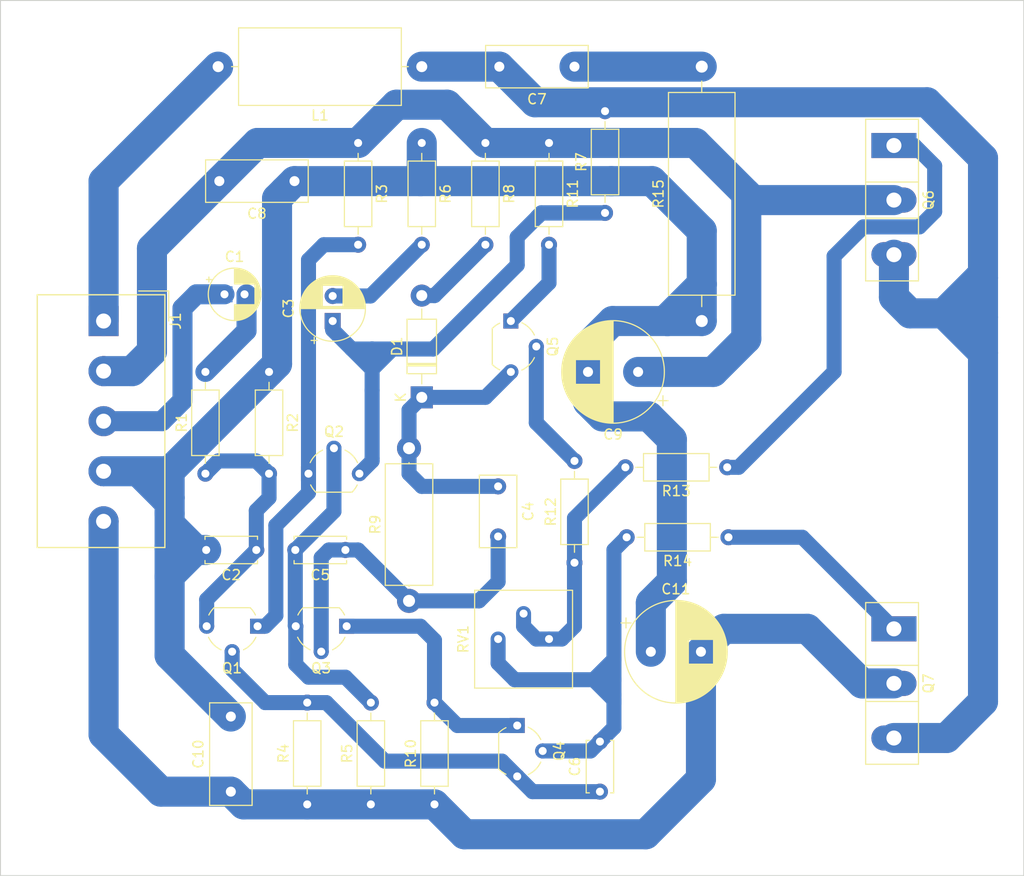
<source format=kicad_pcb>
(kicad_pcb (version 20211014) (generator pcbnew)
  (title_block (title "150W MOSFET Amplifier") (date "2022-12-04") (rev "v02.2") (comment 2 "https://www.gnu.org/licenses/gpl.html") (comment 3 "License: GNU General Public License (GPL) version 3") (comment 4 "Author: Poly Electronics"))
  (layers (0 "F.Cu" signal) (31 "B.Cu" signal) (34 "B.Paste" user) (35 "F.Paste" user) (36 "B.SilkS" user "B.Silkscreen") (37 "F.SilkS" user "F.Silkscreen") (38 "B.Mask" user) (39 "F.Mask" user) (44 "Edge.Cuts" user))
  (net 0 "")
  (net 1 "Net-(C1-Pad2)")
  (net 2 "IP")
  (net 3 "GND")
  (net 4 "Net-(C2-Pad1)")
  (net 5 "Net-(C3-Pad2)")
  (net 6 "Net-(C3-Pad1)")
  (net 7 "Net-(C4-Pad2)")
  (net 8 "Net-(C4-Pad1)")
  (net 9 "Net-(C5-Pad2)")
  (net 10 "Net-(C6-Pad2)")
  (net 11 "Net-(C6-Pad1)")
  (net 12 "Net-(C7-Pad2)")
  (net 13 "Net-(C7-Pad1)")
  (net 14 "+VDC")
  (net 15 "-VDC")
  (net 16 "Net-(D1-Pad2)")
  (net 17 "OP")
  (net 18 "Net-(Q5-Pad1)")
  (net 19 "Net-(R12-Pad1)")
  (net 20 "Net-(Q1-Pad1)")
  (net 21 "Net-(Q3-Pad1)")
  (net 22 "Net-(Q5-Pad2)")
  (net 23 "Net-(Q6-Pad1)")
  (net 24 "Net-(Q7-Pad1)")
  (footprint "Capacitor_THT:CP_Radial_D5.0mm_P2.00mm" (layer "F.Cu") (at 124.46 78.613)
    (fp_text reference "C1" (at 1 -3.75) (layer "F.SilkS"))
    (fp_text value "10u")
    (pad "1" thru_hole rect (at 0 0) (size 1.6 1.6) (drill 0.8) (layers *.Cu *.Mask) (net 2 "IP"))
    (pad "2" thru_hole circle (at 2 0) (size 1.6 1.6) (drill 0.8) (layers *.Cu *.Mask) (net 1 "Net-(C1-Pad2)"))
  )
  (footprint "Capacitor_THT:C_Disc_D5.0mm_W2.5mm_P5.00mm" (layer "F.Cu") (at 127.635 104.14 180)
    (fp_text reference "C2" (at 2.5 -2.5) (layer "F.SilkS"))
    (fp_text value "47p")
    (pad "1" thru_hole circle (at 0 0 180) (size 1.6 1.6) (drill 0.8) (layers *.Cu *.Mask) (net 4 "Net-(C2-Pad1)"))
    (pad "2" thru_hole circle (at 5 0 180) (size 1.6 1.6) (drill 0.8) (layers *.Cu *.Mask) (net 3 "GND"))
  )
  (footprint "Capacitor_THT:CP_Radial_D6.3mm_P2.50mm" (layer "F.Cu") (at 135.255 81.28 90)
    (fp_text reference "C3" (at 1.25 -4.4 90) (layer "F.SilkS"))
    (fp_text value "47u")
    (pad "1" thru_hole rect (at 0 0 90) (size 1.6 1.6) (drill 0.8) (layers *.Cu *.Mask) (net 6 "Net-(C3-Pad1)"))
    (pad "2" thru_hole circle (at 2.5 0 90) (size 1.6 1.6) (drill 0.8) (layers *.Cu *.Mask) (net 5 "Net-(C3-Pad2)"))
  )
  (footprint "Capacitor_THT:C_Disc_D5.0mm_W2.5mm_P5.00mm" (layer "F.Cu") (at 136.525 104.14 180)
    (fp_text reference "C5" (at 2.5 -2.5) (layer "F.SilkS"))
    (fp_text value "27p")
    (pad "1" thru_hole circle (at 0 0 180) (size 1.6 1.6) (drill 0.8) (layers *.Cu *.Mask) (net 7 "Net-(C4-Pad2)"))
    (pad "2" thru_hole circle (at 5 0 180) (size 1.6 1.6) (drill 0.8) (layers *.Cu *.Mask) (net 9 "Net-(C5-Pad2)"))
  )
  (footprint "Capacitor_THT:C_Disc_D5.0mm_W2.5mm_P5.00mm" (layer "F.Cu") (at 161.925 128.27 90)
    (fp_text reference "C6" (at 2.5 -2.5 90) (layer "F.SilkS"))
    (fp_text value "27p")
    (pad "1" thru_hole circle (at 0 0 90) (size 1.6 1.6) (drill 0.8) (layers *.Cu *.Mask) (net 11 "Net-(C6-Pad1)"))
    (pad "2" thru_hole circle (at 5 0 90) (size 1.6 1.6) (drill 0.8) (layers *.Cu *.Mask) (net 10 "Net-(C6-Pad2)"))
  )
  (footprint "Capacitor_THT:C_Rect_L10.0mm_W4.0mm_P7.50mm_MKS4" (layer "F.Cu") (at 131.445 67.31 180)
    (fp_text reference "C8" (at 3.75 -3.25) (layer "F.SilkS"))
    (fp_text value "100n")
    (pad "1" thru_hole circle (at 0 0 180) (size 2 2) (drill 1) (layers *.Cu *.Mask) (net 3 "GND"))
    (pad "2" thru_hole circle (at 7.5 0 180) (size 2 2) (drill 1) (layers *.Cu *.Mask) (net 14 "+VDC"))
  )
  (footprint "Capacitor_THT:CP_Radial_D10.0mm_P5.00mm" (layer "F.Cu") (at 165.735 86.36 180)
    (fp_text reference "C9" (at 2.5 -6.25) (layer "F.SilkS"))
    (fp_text value "220u")
    (pad "1" thru_hole rect (at 0 0 180) (size 2 2) (drill 1) (layers *.Cu *.Mask) (net 14 "+VDC"))
    (pad "2" thru_hole circle (at 5 0 180) (size 2 2) (drill 1) (layers *.Cu *.Mask) (net 3 "GND"))
  )
  (footprint "Capacitor_THT:CP_Radial_D10.0mm_P5.00mm" (layer "F.Cu") (at 167.005 114.3)
    (fp_text reference "C11" (at 2.5 -6.25) (layer "F.SilkS"))
    (fp_text value "220u")
    (pad "1" thru_hole rect (at 0 0) (size 2 2) (drill 1) (layers *.Cu *.Mask) (net 3 "GND"))
    (pad "2" thru_hole circle (at 5 0) (size 2 2) (drill 1) (layers *.Cu *.Mask) (net 15 "-VDC"))
  )
  (footprint "TerminalBlock_Altech:Altech_AK300_1x05_P5.00mm_45-Degree" (layer "F.Cu") (at 112.395 81.28 -90)
    (fp_text reference "J1" (at 0 -7.2 90) (layer "F.SilkS"))
    (fp_text value "MOSFET Amp Module")
    (pad "1" thru_hole rect (at 0 0 270) (size 3 3) (drill 1.5) (layers *.Cu *.Mask) (net 17 "OP"))
    (pad "2" thru_hole circle (at 5 0 270) (size 3 3) (drill 1.5) (layers *.Cu *.Mask) (net 14 "+VDC"))
    (pad "3" thru_hole circle (at 10 0 270) (size 3 3) (drill 1.5) (layers *.Cu *.Mask) (net 2 "IP"))
    (pad "4" thru_hole circle (at 15 0 270) (size 3 3) (drill 1.5) (layers *.Cu *.Mask) (net 3 "GND"))
    (pad "5" thru_hole circle (at 20 0 270) (size 3 3) (drill 1.5) (layers *.Cu *.Mask) (net 15 "-VDC"))
  )
  (footprint "Inductor_THT:L_Axial_L16.0mm_D7.5mm_P20.32mm_Horizontal_Fastron_XHBCC" (layer "F.Cu") (at 144.145 55.88 180)
    (fp_text reference "L1" (at 10.16 -4.87) (layer "F.SilkS"))
    (fp_text value "0.95u")
    (pad "1" thru_hole circle (at 0 0 180) (size 2.2 2.2) (drill 1.1) (layers *.Cu *.Mask) (net 12 "Net-(C7-Pad2)"))
    (pad "2" thru_hole oval (at 20.32 0 180) (size 2.2 2.2) (drill 1.1) (layers *.Cu *.Mask) (net 17 "OP"))
  )
  (footprint "Package_TO_SOT_THT:TO-92_Wide" (layer "F.Cu") (at 127.762 111.752 180)
    (fp_text reference "Q1" (at 2.55 -4.19 180) (layer "F.SilkS"))
    (fp_text value "2SA970")
    (pad "1" thru_hole rect (at 0 0 180) (size 1.5 1.5) (drill 0.8) (layers *.Cu *.Mask) (net 20 "Net-(Q1-Pad1)"))
    (pad "2" thru_hole circle (at 2.54 -2.54 180) (size 1.5 1.5) (drill 0.8) (layers *.Cu *.Mask) (net 11 "Net-(C6-Pad1)"))
    (pad "3" thru_hole circle (at 5.08 0 180) (size 1.5 1.5) (drill 0.8) (layers *.Cu *.Mask) (net 4 "Net-(C2-Pad1)"))
  )
  (footprint "Package_TO_SOT_THT:TO-92_Wide" (layer "F.Cu") (at 132.842 96.52)
    (fp_text reference "Q2" (at 2.55 -4.19) (layer "F.SilkS"))
    (fp_text value "2SA970")
    (pad "1" thru_hole rect (at 0 0) (size 1.5 1.5) (drill 0.8) (layers *.Cu *.Mask) (net 20 "Net-(Q1-Pad1)"))
    (pad "2" thru_hole circle (at 2.54 -2.54) (size 1.5 1.5) (drill 0.8) (layers *.Cu *.Mask) (net 9 "Net-(C5-Pad2)"))
    (pad "3" thru_hole circle (at 5.08 0) (size 1.5 1.5) (drill 0.8) (layers *.Cu *.Mask) (net 6 "Net-(C3-Pad1)"))
  )
  (footprint "Package_TO_SOT_THT:TO-92_Wide" (layer "F.Cu") (at 136.652 111.752 180)
    (fp_text reference "Q3" (at 2.55 -4.19 180) (layer "F.SilkS"))
    (fp_text value "2SD756")
    (pad "1" thru_hole rect (at 0 0 180) (size 1.5 1.5) (drill 0.8) (layers *.Cu *.Mask) (net 21 "Net-(Q3-Pad1)"))
    (pad "2" thru_hole circle (at 2.54 -2.54 180) (size 1.5 1.5) (drill 0.8) (layers *.Cu *.Mask) (net 7 "Net-(C4-Pad2)"))
    (pad "3" thru_hole circle (at 5.08 0 180) (size 1.5 1.5) (drill 0.8) (layers *.Cu *.Mask) (net 9 "Net-(C5-Pad2)"))
  )
  (footprint "Package_TO_SOT_THT:TO-92_Wide" (layer "F.Cu") (at 153.67 121.666 -90)
    (fp_text reference "Q4" (at 2.55 -4.19 -90) (layer "F.SilkS"))
    (fp_text value "2SD756")
    (pad "1" thru_hole rect (at 0 0 270) (size 1.5 1.5) (drill 0.8) (layers *.Cu *.Mask) (net 21 "Net-(Q3-Pad1)"))
    (pad "2" thru_hole circle (at 2.54 -2.54 270) (size 1.5 1.5) (drill 0.8) (layers *.Cu *.Mask) (net 10 "Net-(C6-Pad2)"))
    (pad "3" thru_hole circle (at 5.08 0 270) (size 1.5 1.5) (drill 0.8) (layers *.Cu *.Mask) (net 11 "Net-(C6-Pad1)"))
  )
  (footprint "Package_TO_SOT_THT:TO-92_Wide" (layer "F.Cu") (at 153.035 81.28 -90)
    (fp_text reference "Q5" (at 2.55 -4.19 -90) (layer "F.SilkS"))
    (fp_text value "2SB716")
    (pad "1" thru_hole rect (at 0 0 270) (size 1.5 1.5) (drill 0.8) (layers *.Cu *.Mask) (net 18 "Net-(Q5-Pad1)"))
    (pad "2" thru_hole circle (at 2.54 -2.54 270) (size 1.5 1.5) (drill 0.8) (layers *.Cu *.Mask) (net 22 "Net-(Q5-Pad2)"))
    (pad "3" thru_hole circle (at 5.08 0 270) (size 1.5 1.5) (drill 0.8) (layers *.Cu *.Mask) (net 8 "Net-(C4-Pad1)"))
  )
  (footprint "Package_TO_SOT_THT:TO-247-3_Vertical" (layer "F.Cu") (at 191.262 112.014 -90)
    (fp_text reference "Q7" (at 5.45 -3.45 90) (layer "F.SilkS"))
    (fp_text value "IRFP9140")
    (pad "1" thru_hole rect (at 0 0 270) (size 2.5 4.5) (drill 1.5) (layers *.Cu *.Mask) (net 24 "Net-(Q7-Pad1)"))
    (pad "2" thru_hole oval (at 5.45 0 270) (size 2.5 4.5) (drill 1.5) (layers *.Cu *.Mask) (net 15 "-VDC"))
    (pad "3" thru_hole oval (at 10.9 0 270) (size 2.5 4.5) (drill 1.5) (layers *.Cu *.Mask) (net 12 "Net-(C7-Pad2)"))
  )
  (footprint "Resistor_THT:R_Axial_DIN0207_L6.3mm_D2.5mm_P10.16mm_Horizontal" (layer "F.Cu") (at 122.555 96.52 90)
    (fp_text reference "R1" (at 5.08 -2.37 90) (layer "F.SilkS"))
    (fp_text value "2k2")
    (pad "1" thru_hole circle (at 0 0 90) (size 1.6 1.6) (drill 0.8) (layers *.Cu *.Mask) (net 4 "Net-(C2-Pad1)"))
    (pad "2" thru_hole oval (at 10.16 0 90) (size 1.6 1.6) (drill 0.8) (layers *.Cu *.Mask) (net 1 "Net-(C1-Pad2)"))
  )
  (footprint "Resistor_THT:R_Axial_DIN0207_L6.3mm_D2.5mm_P10.16mm_Horizontal" (layer "F.Cu") (at 128.905 86.36 -90)
    (fp_text reference "R2" (at 5.08 -2.37 90) (layer "F.SilkS"))
    (fp_text value "47k")
    (pad "1" thru_hole circle (at 0 0 270) (size 1.6 1.6) (drill 0.8) (layers *.Cu *.Mask) (net 3 "GND"))
    (pad "2" thru_hole oval (at 10.16 0 270) (size 1.6 1.6) (drill 0.8) (layers *.Cu *.Mask) (net 4 "Net-(C2-Pad1)"))
  )
  (footprint "Resistor_THT:R_Axial_DIN0207_L6.3mm_D2.5mm_P10.16mm_Horizontal" (layer "F.Cu") (at 137.795 63.5 -90)
    (fp_text reference "R3" (at 5.08 -2.37 90) (layer "F.SilkS"))
    (fp_text value "47k")
    (pad "1" thru_hole circle (at 0 0 270) (size 1.6 1.6) (drill 0.8) (layers *.Cu *.Mask) (net 14 "+VDC"))
    (pad "2" thru_hole oval (at 10.16 0 270) (size 1.6 1.6) (drill 0.8) (layers *.Cu *.Mask) (net 20 "Net-(Q1-Pad1)"))
  )
  (footprint "Resistor_THT:R_Axial_DIN0207_L6.3mm_D2.5mm_P10.16mm_Horizontal" (layer "F.Cu") (at 132.715 129.54 90)
    (fp_text reference "R4" (at 5.08 -2.37 90) (layer "F.SilkS"))
    (fp_text value "3k9")
    (pad "1" thru_hole circle (at 0 0 90) (size 1.6 1.6) (drill 0.8) (layers *.Cu *.Mask) (net 15 "-VDC"))
    (pad "2" thru_hole oval (at 10.16 0 90) (size 1.6 1.6) (drill 0.8) (layers *.Cu *.Mask) (net 11 "Net-(C6-Pad1)"))
  )
  (footprint "Resistor_THT:R_Axial_DIN0207_L6.3mm_D2.5mm_P10.16mm_Horizontal" (layer "F.Cu") (at 139.065 129.54 90)
    (fp_text reference "R5" (at 5.08 -2.37 90) (layer "F.SilkS"))
    (fp_text value "3k9")
    (pad "1" thru_hole circle (at 0 0 90) (size 1.6 1.6) (drill 0.8) (layers *.Cu *.Mask) (net 15 "-VDC"))
    (pad "2" thru_hole oval (at 10.16 0 90) (size 1.6 1.6) (drill 0.8) (layers *.Cu *.Mask) (net 9 "Net-(C5-Pad2)"))
  )
  (footprint "Resistor_THT:R_Axial_DIN0207_L6.3mm_D2.5mm_P10.16mm_Horizontal" (layer "F.Cu") (at 144.145 63.5 -90)
    (fp_text reference "R6" (at 5.08 -2.37 90) (layer "F.SilkS"))
    (fp_text value "1k")
    (pad "1" thru_hole circle (at 0 0 270) (size 1.6 1.6) (drill 0.8) (layers *.Cu *.Mask) (net 3 "GND"))
    (pad "2" thru_hole oval (at 10.16 0 270) (size 1.6 1.6) (drill 0.8) (layers *.Cu *.Mask) (net 5 "Net-(C3-Pad2)"))
  )
  (footprint "Resistor_THT:R_Axial_DIN0207_L6.3mm_D2.5mm_P10.16mm_Horizontal" (layer "F.Cu") (at 150.495 63.5 -90)
    (fp_text reference "R8" (at 5.08 -2.37 90) (layer "F.SilkS"))
    (fp_text value "100")
    (pad "1" thru_hole circle (at 0 0 270) (size 1.6 1.6) (drill 0.8) (layers *.Cu *.Mask) (net 14 "+VDC"))
    (pad "2" thru_hole oval (at 10.16 0 270) (size 1.6 1.6) (drill 0.8) (layers *.Cu *.Mask) (net 16 "Net-(D1-Pad2)"))
  )
  (footprint "Resistor_THT:R_Axial_DIN0414_L11.9mm_D4.5mm_P15.24mm_Horizontal" (layer "F.Cu") (at 142.875 109.22 90)
    (fp_text reference "R9" (at 7.62 -3.37 90) (layer "F.SilkS"))
    (fp_text value "12k")
    (pad "1" thru_hole circle (at 0 0 90) (size 2.4 2.4) (drill 1.2) (layers *.Cu *.Mask) (net 7 "Net-(C4-Pad2)"))
    (pad "2" thru_hole oval (at 15.24 0 90) (size 2.4 2.4) (drill 1.2) (layers *.Cu *.Mask) (net 8 "Net-(C4-Pad1)"))
  )
  (footprint "Resistor_THT:R_Axial_DIN0207_L6.3mm_D2.5mm_P10.16mm_Horizontal" (layer "F.Cu") (at 145.415 129.54 90)
    (fp_text reference "R10" (at 5.08 -2.37 90) (layer "F.SilkS"))
    (fp_text value "100")
    (pad "1" thru_hole circle (at 0 0 90) (size 1.6 1.6) (drill 0.8) (layers *.Cu *.Mask) (net 15 "-VDC"))
    (pad "2" thru_hole oval (at 10.16 0 90) (size 1.6 1.6) (drill 0.8) (layers *.Cu *.Mask) (net 21 "Net-(Q3-Pad1)"))
  )
  (footprint "Resistor_THT:R_Axial_DIN0207_L6.3mm_D2.5mm_P10.16mm_Horizontal" (layer "F.Cu") (at 156.845 63.5 -90)
    (fp_text reference "R11" (at 5.08 -2.37 90) (layer "F.SilkS"))
    (fp_text value "100")
    (pad "1" thru_hole circle (at 0 0 270) (size 1.6 1.6) (drill 0.8) (layers *.Cu *.Mask) (net 14 "+VDC"))
    (pad "2" thru_hole oval (at 10.16 0 270) (size 1.6 1.6) (drill 0.8) (layers *.Cu *.Mask) (net 18 "Net-(Q5-Pad1)"))
  )
  (footprint "Resistor_THT:R_Axial_DIN0207_L6.3mm_D2.5mm_P10.16mm_Horizontal" (layer "F.Cu") (at 159.385 105.41 90)
    (fp_text reference "R12" (at 5.08 -2.37 90) (layer "F.SilkS"))
    (fp_text value "47")
    (pad "1" thru_hole circle (at 0 0 90) (size 1.6 1.6) (drill 0.8) (layers *.Cu *.Mask) (net 19 "Net-(R12-Pad1)"))
    (pad "2" thru_hole oval (at 10.16 0 90) (size 1.6 1.6) (drill 0.8) (layers *.Cu *.Mask) (net 22 "Net-(Q5-Pad2)"))
  )
  (footprint "Resistor_THT:R_Axial_DIN0207_L6.3mm_D2.5mm_P10.16mm_Horizontal" (layer "F.Cu") (at 174.625 95.885 180)
    (fp_text reference "R13" (at 5.08 -2.37) (layer "F.SilkS"))
    (fp_text value "100")
    (pad "1" thru_hole circle (at 0 0 180) (size 1.6 1.6) (drill 0.8) (layers *.Cu *.Mask) (net 23 "Net-(Q6-Pad1)"))
    (pad "2" thru_hole oval (at 10.16 0 180) (size 1.6 1.6) (drill 0.8) (layers *.Cu *.Mask) (net 19 "Net-(R12-Pad1)"))
  )
  (footprint "Resistor_THT:R_Axial_Power_L20.0mm_W6.4mm_P25.40mm" (layer "F.Cu") (at 172.085 81.28 90)
    (fp_text reference "R15" (at 12.7 -4.32 90) (layer "F.SilkS"))
    (fp_text value "4.7")
    (pad "1" thru_hole circle (at 0 0 90) (size 2.4 2.4) (drill 1.2) (layers *.Cu *.Mask) (net 3 "GND"))
    (pad "2" thru_hole oval (at 25.4 0 90) (size 2.4 2.4) (drill 1.2) (layers *.Cu *.Mask) (net 13 "Net-(C7-Pad1)"))
  )
  (footprint "Potentiometer_THT:Potentiometer_Bourns_3386P_Vertical" (layer "F.Cu") (at 156.845 113.03 90)
    (fp_text reference "RV1" (at -0.015 -8.555 90) (layer "F.SilkS"))
    (fp_text value "1k")
    (pad "1" thru_hole circle (at 0 0 90) (size 1.44 1.44) (drill 0.8) (layers *.Cu *.Mask) (net 19 "Net-(R12-Pad1)"))
    (pad "2" thru_hole circle (at 2.54 -2.54 90) (size 1.44 1.44) (drill 0.8) (layers *.Cu *.Mask) (net 19 "Net-(R12-Pad1)"))
    (pad "3" thru_hole circle (at 0 -5.08 90) (size 1.44 1.44) (drill 0.8) (layers *.Cu *.Mask) (net 10 "Net-(C6-Pad2)"))
  )
  (footprint "Diode_THT:D_DO-41_SOD81_P10.16mm_Horizontal" (layer "F.Cu") (at 144.145 88.9 90)
    (fp_text reference "D1" (at 5.08 -2.47 90) (layer "F.SilkS"))
    (fp_text value "1N4001")
    (fp_text user "K" (at 0 -2.1 90) (layer "F.SilkS"))
    (pad "1" thru_hole rect (at 0 0 90) (size 2.2 2.2) (drill 1.1) (layers *.Cu *.Mask) (net 8 "Net-(C4-Pad1)"))
    (pad "2" thru_hole oval (at 10.16 0 90) (size 2.2 2.2) (drill 1.1) (layers *.Cu *.Mask) (net 16 "Net-(D1-Pad2)"))
  )
  (footprint "Capacitor_THT:C_Rect_L10.0mm_W4.0mm_P7.50mm_MKS4" (layer "F.Cu") (at 125.095 128.27 90)
    (fp_text reference "C10" (at 3.75 -3.25 90) (layer "F.SilkS"))
    (fp_text value "100n")
    (pad "1" thru_hole circle (at 0 0 90) (size 2 2) (drill 1) (layers *.Cu *.Mask) (net 15 "-VDC"))
    (pad "2" thru_hole circle (at 7.5 0 90) (size 2 2) (drill 1) (layers *.Cu *.Mask) (net 3 "GND"))
  )
  (footprint "Capacitor_THT:C_Rect_L10.0mm_W4.0mm_P7.50mm_MKS4" (layer "F.Cu") (at 159.385 55.88 180)
    (fp_text reference "C7" (at 3.75 -3.25) (layer "F.SilkS"))
    (fp_text value "100n")
    (pad "1" thru_hole circle (at 0 0 180) (size 2 2) (drill 1) (layers *.Cu *.Mask) (net 13 "Net-(C7-Pad1)"))
    (pad "2" thru_hole circle (at 7.5 0 180) (size 2 2) (drill 1) (layers *.Cu *.Mask) (net 12 "Net-(C7-Pad2)"))
  )
  (footprint "Capacitor_THT:C_Rect_L7.0mm_W3.5mm_P5.00mm" (layer "F.Cu") (at 151.765 97.79 -90)
    (fp_text reference "C4" (at 2.5 -3 90) (layer "F.SilkS"))
    (fp_text value "6.8n")
    (pad "1" thru_hole circle (at 0 0 270) (size 1.6 1.6) (drill 0.8) (layers *.Cu *.Mask) (net 8 "Net-(C4-Pad1)"))
    (pad "2" thru_hole circle (at 5 0 270) (size 1.6 1.6) (drill 0.8) (layers *.Cu *.Mask) (net 7 "Net-(C4-Pad2)"))
  )
  (footprint "Resistor_THT:R_Axial_DIN0207_L6.3mm_D2.5mm_P10.16mm_Horizontal" (layer "F.Cu") (at 174.752 102.87 180)
    (fp_text reference "R14" (at 5.08 -2.37) (layer "F.SilkS"))
    (fp_text value "100")
    (pad "1" thru_hole circle (at 0 0 180) (size 1.6 1.6) (drill 0.8) (layers *.Cu *.Mask) (net 24 "Net-(Q7-Pad1)"))
    (pad "2" thru_hole oval (at 10.16 0 180) (size 1.6 1.6) (drill 0.8) (layers *.Cu *.Mask) (net 10 "Net-(C6-Pad2)"))
  )
  (footprint "Package_TO_SOT_THT:TO-247-3_Vertical" (layer "F.Cu") (at 191.262 63.754 -90)
    (fp_text reference "Q6" (at 5.45 -3.45 90) (layer "F.SilkS"))
    (fp_text value "IRFP140")
    (pad "1" thru_hole rect (at 0 0 270) (size 2.5 4.5) (drill 1.5) (layers *.Cu *.Mask) (net 23 "Net-(Q6-Pad1)"))
    (pad "2" thru_hole oval (at 5.45 0 270) (size 2.5 4.5) (drill 1.5) (layers *.Cu *.Mask) (net 14 "+VDC"))
    (pad "3" thru_hole oval (at 10.9 0 270) (size 2.5 4.5) (drill 1.5) (layers *.Cu *.Mask) (net 12 "Net-(C7-Pad2)"))
  )
  (footprint "Resistor_THT:R_Axial_DIN0207_L6.3mm_D2.5mm_P10.16mm_Horizontal" (layer "F.Cu") (at 162.433 70.485 90)
    (fp_text reference "R7" (at 5.08 -2.37 90) (layer "F.SilkS"))
    (fp_text value "33k")
    (pad "1" thru_hole circle (at 0 0 90) (size 1.6 1.6) (drill 0.8) (layers *.Cu *.Mask) (net 6 "Net-(C3-Pad1)"))
    (pad "2" thru_hole oval (at 10.16 0 90) (size 1.6 1.6) (drill 0.8) (layers *.Cu *.Mask) (net 12 "Net-(C7-Pad2)"))
  )
  (gr_line (start 204.216 49.276) (end 204.216 136.652) (layer "Edge.Cuts") (width 0.1))
  (gr_line (start 102.108 136.652) (end 102.108 49.276) (layer "Edge.Cuts") (width 0.1))
  (gr_line (start 102.108 49.276) (end 204.216 49.276) (layer "Edge.Cuts") (width 0.1))
  (gr_line (start 204.216 136.652) (end 102.108 136.652) (layer "Edge.Cuts") (width 0.1))
  (segment (start 126.66001 79.524273) (end 126.66001 78.613) (width 2) (layer "B.Cu") (net 1))
  (segment (start 126.66001 82.25499) (end 126.66001 79.524273) (width 2) (layer "B.Cu") (net 1))
  (segment (start 122.555 86.36) (end 126.66001 82.25499) (width 2) (layer "B.Cu") (net 1))
  (segment (start 121.66 78.613) (end 124.46 78.613) (width 2) (layer "B.Cu") (net 2))
  (segment (start 120.269 80.004) (end 121.66 78.613) (width 2) (layer "B.Cu") (net 2))
  (segment (start 112.395 91.28) (end 118.2065 91.28) (width 2) (layer "B.Cu") (net 2))
  (segment (start 118.2065 91.28) (end 120.269 89.2175) (width 2) (layer "B.Cu") (net 2))
  (segment (start 120.269 89.2175) (end 120.269 80.004) (width 2) (layer "B.Cu") (net 2))
  (segment (start 112.395 96.28) (end 115.838 96.28) (width 3) (layer "B.Cu") (net 3))
  (segment (start 160.735 83.74) (end 163.195 81.28) (width 3) (layer "B.Cu") (net 3))
  (segment (start 144.018 67.31) (end 131.445 67.31) (width 3) (layer "B.Cu") (net 3))
  (segment (start 119.954 106.821) (end 122.635 104.14) (width 1.5) (layer "B.Cu") (net 3))
  (segment (start 118.985 96.28) (end 128.905 86.36) (width 3) (layer "B.Cu") (net 3))
  (segment (start 118.985 98.919) (end 118.985 96.28) (width 3) (layer "B.Cu") (net 3))
  (segment (start 118.985 100.49) (end 118.985 98.919) (width 3) (layer "B.Cu") (net 3))
  (segment (start 160.735 89.361) (end 162.179 90.805) (width 3) (layer "B.Cu") (net 3))
  (segment (start 122.635 104.14) (end 119.253 104.14) (width 3) (layer "B.Cu") (net 3))
  (segment (start 128.905 86.36) (end 129.704999 85.560001) (width 3) (layer "B.Cu") (net 3))
  (segment (start 168.656 81.28) (end 168.656 81.026) (width 3) (layer "B.Cu") (net 3))
  (segment (start 122.635 104.14) (end 118.985 100.49) (width 1.5) (layer "B.Cu") (net 3))
  (segment (start 172.085 77.597) (end 172.085 72.263) (width 3) (layer "B.Cu") (net 3))
  (segment (start 118.985 103.872) (end 118.985 100.49) (width 3) (layer "B.Cu") (net 3))
  (segment (start 163.195 81.28) (end 168.656 81.28) (width 3) (layer "B.Cu") (net 3))
  (segment (start 118.985 98.919) (end 118.477 98.919) (width 3) (layer "B.Cu") (net 3))
  (segment (start 172.085 72.263) (end 167.132 67.31) (width 3) (layer "B.Cu") (net 3))
  (segment (start 167.132 67.31) (end 163.068 67.31) (width 3) (layer "B.Cu") (net 3))
  (segment (start 129.704999 69.050001) (end 130.445001 68.309999) (width 3) (layer "B.Cu") (net 3))
  (segment (start 144.145 63.5) (end 144.145 67.183) (width 3) (layer "B.Cu") (net 3))
  (segment (start 168.656 81.026) (end 172.085 77.597) (width 3) (layer "B.Cu") (net 3))
  (segment (start 160.735 86.36) (end 160.735 89.361) (width 3) (layer "B.Cu") (net 3))
  (segment (start 129.704999 85.560001) (end 129.704999 69.050001) (width 3) (layer "B.Cu") (net 3))
  (segment (start 168.656 81.28) (end 172.085 81.28) (width 3) (layer "B.Cu") (net 3))
  (segment (start 118.985 106.821) (end 118.985 103.872) (width 3) (layer "B.Cu") (net 3))
  (segment (start 144.018 67.31) (end 163.068 67.31) (width 3) (layer "B.Cu") (net 3))
  (segment (start 125.095 120.77) (end 118.985 114.66) (width 3) (layer "B.Cu") (net 3))
  (segment (start 160.735 86.36) (end 160.735 83.74) (width 3) (layer "B.Cu") (net 3))
  (segment (start 166.8145 90.805) (end 169.1005 93.091) (width 3) (layer "B.Cu") (net 3))
  (segment (start 167.005 109.4105) (end 167.005 114.3) (width 3) (layer "B.Cu") (net 3))
  (segment (start 119.253 104.14) (end 118.985 103.872) (width 3) (layer "B.Cu") (net 3))
  (segment (start 144.145 67.183) (end 144.018 67.31) (width 2.5) (layer "B.Cu") (net 3))
  (segment (start 169.1005 93.091) (end 169.1005 107.315) (width 3) (layer "B.Cu") (net 3))
  (segment (start 162.179 90.805) (end 166.8145 90.805) (width 3) (layer "B.Cu") (net 3))
  (segment (start 115.838 96.28) (end 118.985 96.28) (width 3) (layer "B.Cu") (net 3))
  (segment (start 169.1005 107.315) (end 167.005 109.4105) (width 3) (layer "B.Cu") (net 3))
  (segment (start 118.985 114.66) (end 118.985 106.821) (width 3) (layer "B.Cu") (net 3))
  (segment (start 118.477 98.919) (end 115.838 96.28) (width 3) (layer "B.Cu") (net 3))
  (segment (start 172.085 81.28) (end 172.085 77.597) (width 3) (layer "B.Cu") (net 3))
  (segment (start 130.445001 68.309999) (end 131.445 67.31) (width 3) (layer "B.Cu") (net 3))
  (segment (start 127.635 100.203) (end 128.905 98.933) (width 1.5) (layer "B.Cu") (net 4))
  (segment (start 127.635 104.14) (end 127.635 100.203) (width 1.5) (layer "B.Cu") (net 4))
  (segment (start 127.635 104.14) (end 122.682 109.093) (width 1.5) (layer "B.Cu") (net 4))
  (segment (start 127.635 95.25) (end 123.825 95.25) (width 1.5) (layer "B.Cu") (net 4))
  (segment (start 128.905 98.933) (end 128.905 96.52) (width 1.5) (layer "B.Cu") (net 4))
  (segment (start 123.825 95.25) (end 122.555 96.52) (width 1.5) (layer "B.Cu") (net 4))
  (segment (start 122.682 109.093) (end 122.682 111.752) (width 1.5) (layer "B.Cu") (net 4))
  (segment (start 128.905 96.52) (end 127.635 95.25) (width 1.5) (layer "B.Cu") (net 4))
  (segment (start 135.255 78.78) (end 139.025 78.78) (width 1.5) (layer "B.Cu") (net 5))
  (segment (start 139.025 78.78) (end 144.145 73.66) (width 1.5) (layer "B.Cu") (net 5))
  (segment (start 139.192 86.106) (end 141.224 84.074) (width 1.5) (layer "B.Cu") (net 6))
  (segment (start 162.433 70.485) (end 156.083 70.485) (width 1.53) (layer "B.Cu") (net 6))
  (segment (start 153.67 72.898) (end 153.67 75.692) (width 1.5) (layer "B.Cu") (net 6))
  (segment (start 145.288 84.074) (end 141.224 84.074) (width 1.5) (layer "B.Cu") (net 6))
  (segment (start 139.192 84.074) (end 139.192 86.106) (width 1.5) (layer "B.Cu") (net 6))
  (segment (start 156.083 70.485) (end 155.702 70.866) (width 1.53) (layer "B.Cu") (net 6))
  (segment (start 137.16 84.074) (end 139.192 86.106) (width 1.5) (layer "B.Cu") (net 6))
  (segment (start 139.192 86.106) (end 139.192 88.19458) (width 1.5) (layer "B.Cu") (net 6))
  (segment (start 139.192 95.25) (end 137.922 96.52) (width 1.5) (layer "B.Cu") (net 6))
  (segment (start 139.192 94.996) (end 139.192 95.25) (width 1.5) (layer "B.Cu") (net 6))
  (segment (start 135.255 82.169) (end 137.16 84.074) (width 1.5) (layer "B.Cu") (net 6))
  (segment (start 141.224 84.074) (end 139.192 84.074) (width 1.5) (layer "B.Cu") (net 6))
  (segment (start 139.192 88.19458) (end 139.192 94.996) (width 1.5) (layer "B.Cu") (net 6))
  (segment (start 155.702 70.866) (end 153.67 72.898) (width 1.5) (layer "B.Cu") (net 6))
  (segment (start 137.16 84.074) (end 139.192 84.074) (width 1.5) (layer "B.Cu") (net 6))
  (segment (start 135.255 81.28) (end 135.255 82.169) (width 1.5) (layer "B.Cu") (net 6))
  (segment (start 153.67 75.692) (end 145.288 84.074) (width 1.5) (layer "B.Cu") (net 6))
  (segment (start 136.525 104.14) (end 137.795 104.14) (width 1.5) (layer "B.Cu") (net 7))
  (segment (start 137.795 104.14) (end 142.875 109.22) (width 1.5) (layer "B.Cu") (net 7))
  (segment (start 149.86 109.22) (end 151.765 107.315) (width 1.5) (layer "B.Cu") (net 7))
  (segment (start 134.874 104.14) (end 134.112 104.902) (width 1.5) (layer "B.Cu") (net 7))
  (segment (start 134.112 104.902) (end 134.112 114.292) (width 1.5) (layer "B.Cu") (net 7))
  (segment (start 134.874 104.14) (end 136.525 104.14) (width 1.5) (layer "B.Cu") (net 7))
  (segment (start 142.875 109.22) (end 149.86 109.22) (width 1.5) (layer "B.Cu") (net 7))
  (segment (start 151.765 107.315) (end 151.765 102.79) (width 1.5) (layer "B.Cu") (net 7))
  (segment (start 144.145 88.9) (end 150.495 88.9) (width 1.5) (layer "B.Cu") (net 8))
  (segment (start 151.765 97.79) (end 144.145 97.79) (width 1.5) (layer "B.Cu") (net 8))
  (segment (start 144.145 97.79) (end 142.875 96.52) (width 1.5) (layer "B.Cu") (net 8))
  (segment (start 142.875 96.52) (end 142.875 93.98) (width 1.5) (layer "B.Cu") (net 8))
  (segment (start 150.495 88.9) (end 153.035 86.36) (width 1.5) (layer "B.Cu") (net 8))
  (segment (start 144.145 88.9) (end 142.875 90.17) (width 1.5) (layer "B.Cu") (net 8))
  (segment (start 142.875 90.17) (end 142.875 93.98) (width 1.5) (layer "B.Cu") (net 8))
  (segment (start 131.572 115.57) (end 132.842 116.84) (width 1.5) (layer "B.Cu") (net 9))
  (segment (start 132.842 116.84) (end 136.525 116.84) (width 1.5) (layer "B.Cu") (net 9))
  (segment (start 131.525 104.14) (end 131.525 111.705) (width 1.5) (layer "B.Cu") (net 9))
  (segment (start 131.525 111.705) (end 131.572 111.752) (width 1.5) (layer "B.Cu") (net 9))
  (segment (start 131.572 111.752) (end 131.572 115.57) (width 1.5) (layer "B.Cu") (net 9))
  (segment (start 135.382 100.283) (end 135.382 93.98) (width 1.5) (layer "B.Cu") (net 9))
  (segment (start 136.525 116.84) (end 139.065 119.38) (width 1.5) (layer "B.Cu") (net 9))
  (segment (start 131.525 104.14) (end 135.382 100.283) (width 1.5) (layer "B.Cu") (net 9))
  (segment (start 163.322 115.062) (end 163.322 117.094) (width 1.5) (layer "B.Cu") (net 10))
  (segment (start 164.592 102.87) (end 163.322 104.14) (width 1.5) (layer "B.Cu") (net 10))
  (segment (start 161.29 117.094) (end 163.322 117.094) (width 1.5) (layer "B.Cu") (net 10))
  (segment (start 163.322 119.38) (end 163.322 121.873) (width 1.5) (layer "B.Cu") (net 10))
  (segment (start 160.989 124.206) (end 156.21 124.206) (width 1.5) (layer "B.Cu") (net 10))
  (segment (start 163.322 117.094) (end 163.322 118.618) (width 1.5) (layer "B.Cu") (net 10))
  (segment (start 161.29 117.094) (end 163.322 119.126) (width 1.5) (layer "B.Cu") (net 10))
  (segment (start 153.416 117.094) (end 161.29 117.094) (width 1.5) (layer "B.Cu") (net 10))
  (segment (start 163.322 118.618) (end 163.322 119.38) (width 1.5) (layer "B.Cu") (net 10))
  (segment (start 163.322 104.14) (end 163.322 115.062) (width 1.5) (layer "B.Cu") (net 10))
  (segment (start 161.29 117.094) (end 163.322 115.062) (width 1.5) (layer "B.Cu") (net 10))
  (segment (start 151.765 113.03) (end 151.765 115.443) (width 1.5) (layer "B.Cu") (net 10))
  (segment (start 163.322 121.873) (end 160.989 124.206) (width 1.5) (layer "B.Cu") (net 10))
  (segment (start 151.765 115.443) (end 153.416 117.094) (width 1.5) (layer "B.Cu") (net 10))
  (segment (start 163.322 119.126) (end 163.322 119.38) (width 1.5) (layer "B.Cu") (net 10))
  (segment (start 134.62 119.38) (end 140.462 125.222) (width 1.5) (layer "B.Cu") (net 11))
  (segment (start 155.194 128.27) (end 152.146 125.222) (width 1.5) (layer "B.Cu") (net 11))
  (segment (start 128.524 119.38) (end 125.222 116.078) (width 1.5) (layer "B.Cu") (net 11))
  (segment (start 132.715 119.38) (end 128.524 119.38) (width 1.5) (layer "B.Cu") (net 11))
  (segment (start 140.462 125.222) (end 152.146 125.222) (width 1.5) (layer "B.Cu") (net 11))
  (segment (start 125.222 116.078) (end 125.222 114.292) (width 1.5) (layer "B.Cu") (net 11))
  (segment (start 132.715 119.38) (end 134.62 119.38) (width 1.5) (layer "B.Cu") (net 11))
  (segment (start 155.194 128.27) (end 161.925 128.27) (width 1.5) (layer "B.Cu") (net 11))
  (segment (start 199.771 80.518) (end 200.152 80.899) (width 3) (layer "B.Cu") (net 12))
  (segment (start 155.441 59.436) (end 151.885 55.88) (width 3) (layer "B.Cu") (net 12))
  (segment (start 200.152 119.274) (end 200.152 84.455) (width 3) (layer "B.Cu") (net 12))
  (segment (start 196.512 122.914) (end 200.152 119.274) (width 3) (layer "B.Cu") (net 12))
  (segment (start 194.564 59.436) (end 155.441 59.436) (width 3) (layer "B.Cu") (net 12))
  (segment (start 200.152 76.962) (end 200.152 65.024) (width 3) (layer "B.Cu") (net 12))
  (segment (start 196.215 80.518) (end 200.152 84.455) (width 3) (layer "B.Cu") (net 12))
  (segment (start 191.262 122.914) (end 196.512 122.914) (width 3) (layer "B.Cu") (net 12))
  (segment (start 200.152 65.024) (end 194.564 59.436) (width 3) (layer "B.Cu") (net 12))
  (segment (start 200.152 80.899) (end 200.152 76.962) (width 3) (layer "B.Cu") (net 12))
  (segment (start 199.771 76.962) (end 196.215 80.518) (width 3) (layer "B.Cu") (net 12))
  (segment (start 191.262 74.654) (end 191.262 78.904) (width 3) (layer "B.Cu") (net 12))
  (segment (start 196.215 80.518) (end 199.771 80.518) (width 3) (layer "B.Cu") (net 12))
  (segment (start 144.145 55.88) (end 151.885 55.88) (width 3) (layer "B.Cu") (net 12))
  (segment (start 200.152 84.455) (end 200.152 80.899) (width 3) (layer "B.Cu") (net 12))
  (segment (start 191.262 78.904) (end 192.876 80.518) (width 3) (layer "B.Cu") (net 12))
  (segment (start 192.876 80.518) (end 196.215 80.518) (width 3) (layer "B.Cu") (net 12))
  (segment (start 200.152 76.962) (end 199.771 76.962) (width 3) (layer "B.Cu") (net 12))
  (segment (start 159.385 55.88) (end 172.085 55.88) (width 3) (layer "B.Cu") (net 13))
  (segment (start 112.395 86.28) (end 115.255002 86.28) (width 3) (layer "B.Cu") (net 14))
  (segment (start 163.783497 63.5) (end 156.845 63.5) (width 3) (layer "B.Cu") (net 14))
  (segment (start 117.221 84.314002) (end 117.221 74.034) (width 3) (layer "B.Cu") (net 14))
  (segment (start 127.755 63.5) (end 137.795 63.5) (width 3) (layer "B.Cu") (net 14))
  (segment (start 150.495 63.5) (end 156.845 63.5) (width 3) (layer "B.Cu") (net 14))
  (segment (start 123.945 67.31) (end 127.755 63.5) (width 3) (layer "B.Cu") (net 14))
  (segment (start 115.255002 86.28) (end 117.221 84.314002) (width 3) (layer "B.Cu") (net 14))
  (segment (start 191.262 69.204) (end 177.154 69.204) (width 3) (layer "B.Cu") (net 14))
  (segment (start 171.45 63.5) (end 163.783497 63.5) (width 3) (layer "B.Cu") (net 14))
  (segment (start 177.154 69.204) (end 176.53 68.58) (width 3) (layer "B.Cu") (net 14))
  (segment (start 173.228 86.36) (end 176.53 83.058) (width 3) (layer "B.Cu") (net 14))
  (segment (start 176.53 83.058) (end 176.53 68.58) (width 3) (layer "B.Cu") (net 14))
  (segment (start 117.221 74.034) (end 123.945 67.31) (width 3) (layer "B.Cu") (net 14))
  (segment (start 150.495 63.5) (end 146.675001 59.680001) (width 3) (layer "B.Cu") (net 14))
  (segment (start 176.53 68.58) (end 171.45 63.5) (width 3) (layer "B.Cu") (net 14))
  (segment (start 137.795 63.5) (end 141.614999 59.680001) (width 3) (layer "B.Cu") (net 14))
  (segment (start 165.735 86.36) (end 173.228 86.36) (width 3) (layer "B.Cu") (net 14))
  (segment (start 146.675001 59.680001) (end 141.614999 59.680001) (width 3) (layer "B.Cu") (net 14))
  (segment (start 145.415 129.54) (end 148.3995 132.5245) (width 3) (layer "B.Cu") (net 15))
  (segment (start 132.715 129.54) (end 145.415 129.54) (width 3) (layer "B.Cu") (net 15))
  (segment (start 174.291 112.014) (end 182.626 112.014) (width 3) (layer "B.Cu") (net 15))
  (segment (start 112.395 122.555) (end 112.395 101.28) (width 3) (layer "B.Cu") (net 15))
  (segment (start 132.715 129.54) (end 126.365 129.54) (width 3) (layer "B.Cu") (net 15))
  (segment (start 118.11 128.27) (end 125.095 128.27) (width 3) (layer "B.Cu") (net 15))
  (segment (start 182.626 112.014) (end 188.076 117.464) (width 3) (layer "B.Cu") (net 15))
  (segment (start 112.395 122.555) (end 118.11 128.27) (width 3) (layer "B.Cu") (net 15))
  (segment (start 148.3995 132.5245) (end 166.497 132.5245) (width 3) (layer "B.Cu") (net 15))
  (segment (start 188.076 117.464) (end 191.262 117.464) (width 3) (layer "B.Cu") (net 15))
  (segment (start 166.497 132.5245) (end 172.005 127.0165) (width 3) (layer "B.Cu") (net 15))
  (segment (start 126.365 129.54) (end 125.095 128.27) (width 3) (layer "B.Cu") (net 15))
  (segment (start 172.005 114.3) (end 174.291 112.014) (width 3) (layer "B.Cu") (net 15))
  (segment (start 172.005 114.3) (end 172.005 127.0165) (width 3) (layer "B.Cu") (net 15))
  (segment (start 145.415 78.74) (end 150.495 73.66) (width 1.5) (layer "B.Cu") (net 16))
  (segment (start 144.145 78.74) (end 145.415 78.74) (width 1.5) (layer "B.Cu") (net 16))
  (segment (start 112.395 67.31) (end 123.825 55.88) (width 3) (layer "B.Cu") (net 17))
  (segment (start 112.395 81.28) (end 112.395 67.31) (width 3) (layer "B.Cu") (net 17))
  (segment (start 156.845 73.66) (end 156.845 77.47) (width 1.5) (layer "B.Cu") (net 18))
  (segment (start 156.845 77.47) (end 153.035 81.28) (width 1.5) (layer "B.Cu") (net 18))
  (segment (start 154.305 110.49) (end 154.305 111.76) (width 1.5) (layer "B.Cu") (net 19))
  (segment (start 155.575 113.03) (end 156.845 113.03) (width 1.5) (layer "B.Cu") (net 19))
  (segment (start 159.385 111.76) (end 159.385 105.41) (width 1.5) (layer "B.Cu") (net 19))
  (segment (start 159.385 100.965) (end 164.465 95.885) (width 1.5) (layer "B.Cu") (net 19))
  (segment (start 156.845 113.03) (end 158.115 113.03) (width 1.5) (layer "B.Cu") (net 19))
  (segment (start 154.305 111.76) (end 155.575 113.03) (width 1.5) (layer "B.Cu") (net 19))
  (segment (start 158.115 113.03) (end 159.385 111.76) (width 1.5) (layer "B.Cu") (net 19))
  (segment (start 159.385 105.41) (end 159.385 100.965) (width 1.5) (layer "B.Cu") (net 19))
  (segment (start 137.795 73.66) (end 134.366 73.66) (width 1.5) (layer "B.Cu") (net 20))
  (segment (start 132.842 96.52) (end 132.842 95.575002) (width 1.5) (layer "B.Cu") (net 20))
  (segment (start 134.366 73.66) (end 132.842 75.184) (width 1.5) (layer "B.Cu") (net 20))
  (segment (start 129.585009 110.689991) (end 128.523 111.752) (width 1.5) (layer "B.Cu") (net 20))
  (segment (start 132.842 98.425) (end 132.842 96.52) (width 1.5) (layer "B.Cu") (net 20))
  (segment (start 129.585009 110.689991) (end 129.585009 101.681991) (width 1.5) (layer "B.Cu") (net 20))
  (segment (start 129.585009 101.681991) (end 132.842 98.425) (width 1.5) (layer "B.Cu") (net 20))
  (segment (start 132.842 75.184) (end 132.842 95.575002) (width 1.5) (layer "B.Cu") (net 20))
  (segment (start 128.523 111.752) (end 127.762 111.752) (width 1.5) (layer "B.Cu") (net 20))
  (segment (start 145.415 113.157) (end 144.01 111.752) (width 1.5) (layer "B.Cu") (net 21))
  (segment (start 147.701 121.666) (end 153.67 121.666) (width 1.5) (layer "B.Cu") (net 21))
  (segment (start 145.415 119.38) (end 145.415 113.157) (width 1.5) (layer "B.Cu") (net 21))
  (segment (start 144.01 111.752) (end 136.652 111.752) (width 1.5) (layer "B.Cu") (net 21))
  (segment (start 145.415 119.38) (end 147.701 121.666) (width 1.5) (layer "B.Cu") (net 21))
  (segment (start 159.385 95.25) (end 155.575 91.44) (width 1.5) (layer "B.Cu") (net 22))
  (segment (start 155.575 91.44) (end 155.575 83.82) (width 1.5) (layer "B.Cu") (net 22))
  (segment (start 195.326 70.358) (end 193.802 71.882) (width 1.5) (layer "B.Cu") (net 23))
  (segment (start 188.214 71.882) (end 193.802 71.882) (width 1.5) (layer "B.Cu") (net 23))
  (segment (start 174.625 95.885) (end 175.75637 95.885) (width 1.5) (layer "B.Cu") (net 23))
  (segment (start 185.293 86.34837) (end 185.293 74.803) (width 1.5) (layer "B.Cu") (net 23))
  (segment (start 185.293 74.803) (end 188.214 71.882) (width 1.5) (layer "B.Cu") (net 23))
  (segment (start 193.294 63.754) (end 195.326 65.786) (width 1.5) (layer "B.Cu") (net 23))
  (segment (start 191.262 63.754) (end 193.294 63.754) (width 1.5) (layer "B.Cu") (net 23))
  (segment (start 175.75637 95.885) (end 185.293 86.34837) (width 1.5) (layer "B.Cu") (net 23))
  (segment (start 195.326 65.786) (end 195.326 70.358) (width 1.5) (layer "B.Cu") (net 23))
  (segment (start 174.752 102.87) (end 182.118 102.87) (width 1.5) (layer "B.Cu") (net 24))
  (segment (start 182.118 102.87) (end 191.262 112.014) (width 1.5) (layer "B.Cu") (net 24))
)
</source>
